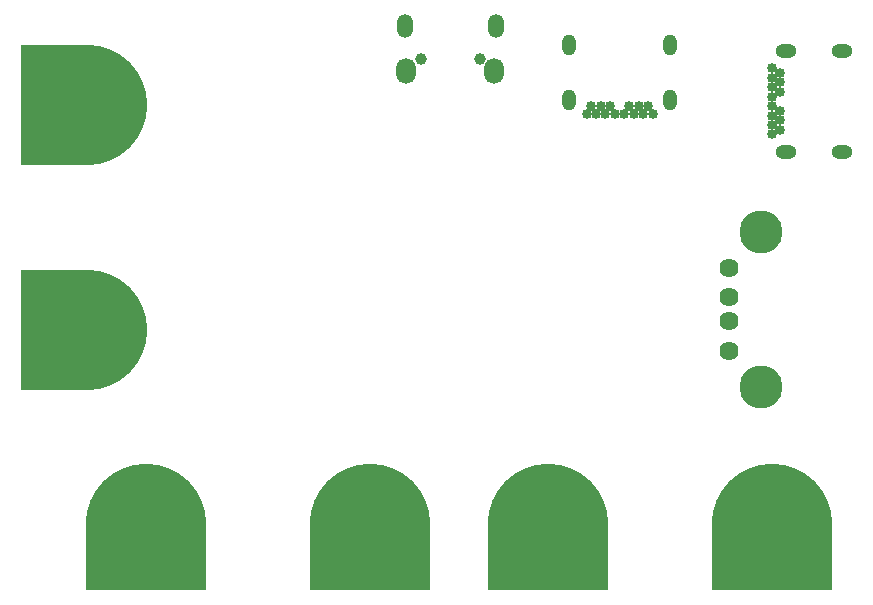
<source format=gbs>
G04 Layer_Color=16711935*
%FSLAX25Y25*%
%MOIN*%
G70*
G01*
G75*
%ADD47R,0.40170X0.22454*%
%ADD48R,0.40170X0.22454*%
%ADD50R,0.22454X0.40170*%
%ADD51C,0.06391*%
%ADD52C,0.14383*%
%ADD53C,0.40170*%
%ADD54C,0.03359*%
%ADD55O,0.04737X0.07099*%
%ADD56C,0.03950*%
%ADD57O,0.05328X0.07887*%
%ADD58O,0.06509X0.08674*%
%ADD59O,0.07099X0.04737*%
D47*
X47244Y16732D02*
D03*
D48*
X122047D02*
D03*
X181102D02*
D03*
X255906D02*
D03*
D50*
X16732Y167323D02*
D03*
Y92520D02*
D03*
D51*
X241429Y103217D02*
D03*
Y95342D02*
D03*
Y113059D02*
D03*
Y85500D02*
D03*
D52*
X252098Y73413D02*
D03*
Y125146D02*
D03*
D53*
X47244Y27559D02*
D03*
X255906D02*
D03*
X181102D02*
D03*
X122047D02*
D03*
X27559Y92520D02*
D03*
X27559Y167323D02*
D03*
D54*
X206701Y164378D02*
D03*
X203551D02*
D03*
X209850D02*
D03*
X200402D02*
D03*
X213000D02*
D03*
X197252D02*
D03*
X216150D02*
D03*
X194102D02*
D03*
X208276Y167134D02*
D03*
X201976D02*
D03*
X211425D02*
D03*
X198827D02*
D03*
X214575D02*
D03*
X195677D02*
D03*
X255945Y167008D02*
D03*
Y170158D02*
D03*
Y163858D02*
D03*
Y173307D02*
D03*
Y160709D02*
D03*
Y176457D02*
D03*
Y157559D02*
D03*
Y179606D02*
D03*
X258701Y165433D02*
D03*
Y171732D02*
D03*
Y162284D02*
D03*
Y174882D02*
D03*
Y159134D02*
D03*
Y178032D02*
D03*
D55*
X188315Y168905D02*
D03*
X221937D02*
D03*
X188315Y187528D02*
D03*
X221937D02*
D03*
D56*
X138858Y182736D02*
D03*
X158543D02*
D03*
D57*
X133445Y193563D02*
D03*
X163957D02*
D03*
D58*
X134035Y178602D02*
D03*
X163366D02*
D03*
D59*
X260472Y185394D02*
D03*
Y151772D02*
D03*
X279095Y185394D02*
D03*
Y151772D02*
D03*
M02*

</source>
